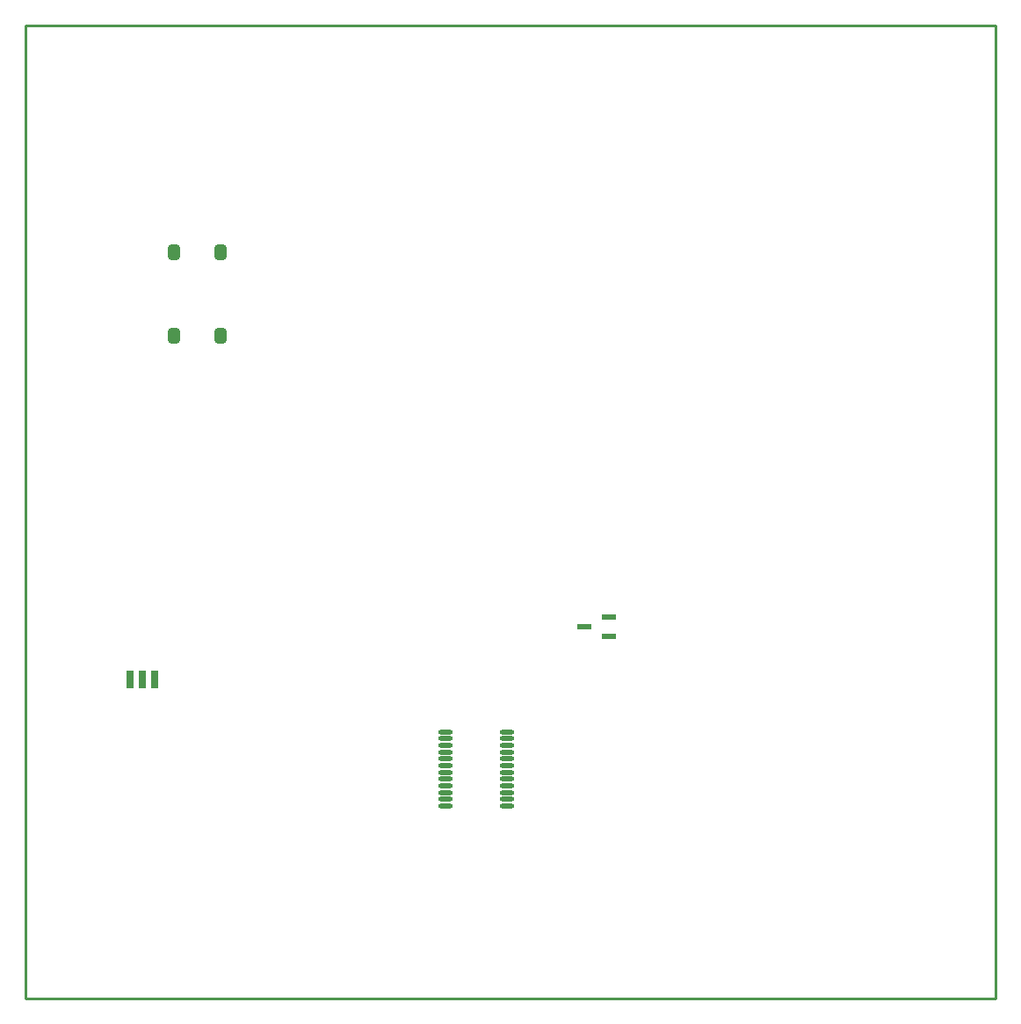
<source format=gtp>
G04*
G04 #@! TF.GenerationSoftware,Altium Limited,Altium Designer,20.0.10 (225)*
G04*
G04 Layer_Color=8421504*
%FSLAX24Y24*%
%MOIN*%
G70*
G01*
G75*
%ADD12C,0.0100*%
%ADD17R,0.0571X0.0236*%
G04:AMPARAMS|DCode=18|XSize=57mil|YSize=45mil|CornerRadius=11.3mil|HoleSize=0mil|Usage=FLASHONLY|Rotation=90.000|XOffset=0mil|YOffset=0mil|HoleType=Round|Shape=RoundedRectangle|*
%AMROUNDEDRECTD18*
21,1,0.0570,0.0225,0,0,90.0*
21,1,0.0345,0.0450,0,0,90.0*
1,1,0.0225,0.0113,0.0173*
1,1,0.0225,0.0113,-0.0173*
1,1,0.0225,-0.0113,-0.0173*
1,1,0.0225,-0.0113,0.0173*
%
%ADD18ROUNDEDRECTD18*%
%ADD19O,0.0551X0.0177*%
%ADD20R,0.0280X0.0670*%
D12*
X0Y0D02*
Y36900D01*
X36800D01*
Y0D02*
Y36900D01*
X0Y0D02*
X36800D01*
D17*
X21200Y14100D02*
D03*
X22125Y14474D02*
D03*
Y13726D02*
D03*
D18*
X7386Y25125D02*
D03*
Y28279D02*
D03*
X5618Y25125D02*
D03*
Y28279D02*
D03*
D19*
X18261Y7293D02*
D03*
Y7548D02*
D03*
Y7804D02*
D03*
Y8060D02*
D03*
Y8316D02*
D03*
Y8572D02*
D03*
Y8828D02*
D03*
Y9084D02*
D03*
Y9340D02*
D03*
Y9596D02*
D03*
Y9852D02*
D03*
Y10107D02*
D03*
X15939Y7293D02*
D03*
Y7548D02*
D03*
Y7804D02*
D03*
Y8060D02*
D03*
Y8316D02*
D03*
Y8572D02*
D03*
Y8828D02*
D03*
Y9084D02*
D03*
Y9340D02*
D03*
Y9596D02*
D03*
Y9852D02*
D03*
Y10107D02*
D03*
D20*
X3948Y12100D02*
D03*
X4420D02*
D03*
X4900D02*
D03*
M02*

</source>
